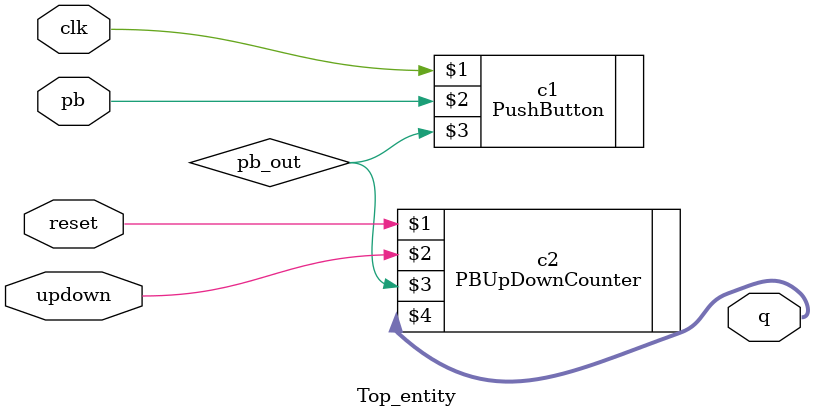
<source format=v>
`timescale 1ns / 1ps
module Top_entity(
    input reset,
    input updown,
    input clk,
    input pb,
    output [3:0] q
    );
    
    wire pb_out;
    
    PushButton c1(clk,pb,pb_out);
    PBUpDownCounter c2(reset,updown,pb_out,q);
    
endmodule

</source>
